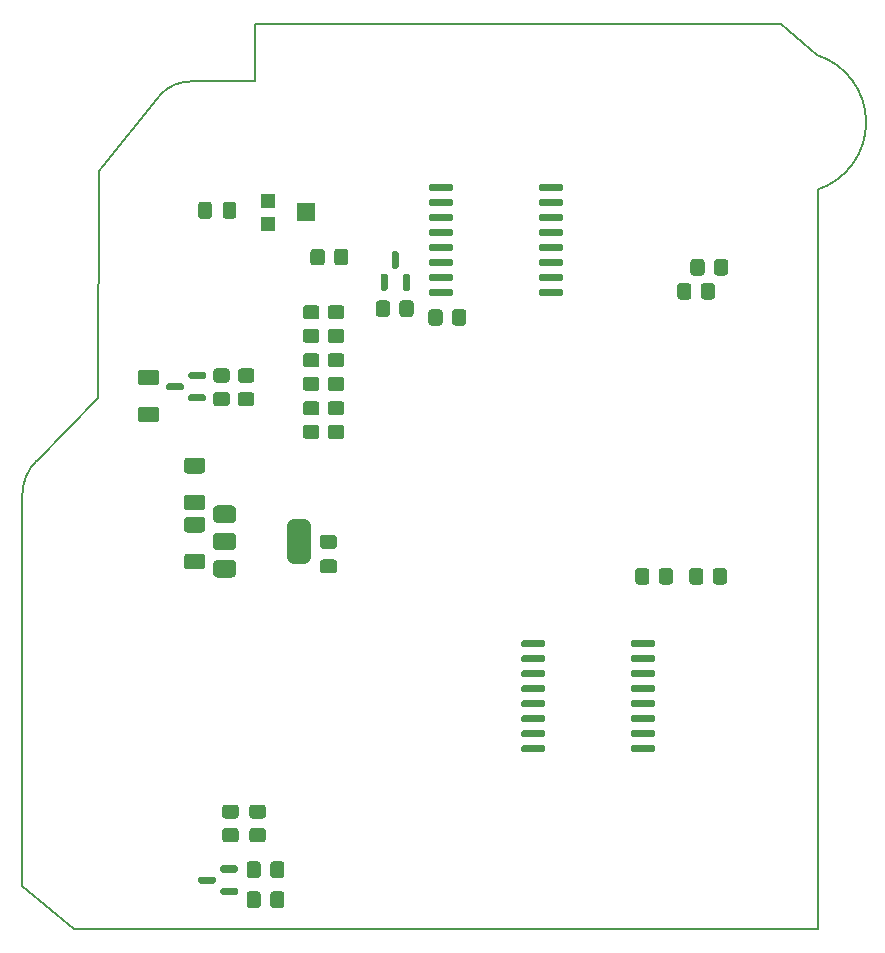
<source format=gbr>
G04 #@! TF.GenerationSoftware,KiCad,Pcbnew,8.0.8+1*
G04 #@! TF.ProjectId,airsoft_bomb_v2,61697273-6f66-4745-9f62-6f6d625f7632,rev?*
G04 #@! TF.SameCoordinates,Original*
G04 #@! TF.FileFunction,Paste,Bot*
G04 #@! TF.FilePolarity,Positive*
%FSLAX46Y46*%
G04 Gerber Fmt 4.6, Leading zero omitted, Abs format (unit mm)*
%MOMM*%
%LPD*%
G01*
G04 APERTURE LIST*
G04 #@! TA.AperFunction,Profile*
%ADD10C,0.200000*%
G04 #@! TD*
%ADD11R,1.200000X1.200000*%
%ADD12R,1.500000X1.600000*%
G04 APERTURE END LIST*
D10*
X178890534Y-60866736D02*
X175878500Y-58216800D01*
X116027200Y-134823200D02*
X111607600Y-131216400D01*
X131300000Y-58216800D02*
X131300000Y-63100000D01*
X178890534Y-60866736D02*
G75*
G02*
X178943000Y-72262999I-1827134J-5706664D01*
G01*
X111607601Y-98145600D02*
G75*
G02*
X112827677Y-95200077I4165599J0D01*
G01*
X175878500Y-58216800D02*
X131300000Y-58216800D01*
X118059200Y-89916000D02*
X118100000Y-70700000D01*
X116027200Y-134823200D02*
X178943000Y-134874000D01*
X178943000Y-134874000D02*
X178943000Y-72263000D01*
X123354416Y-64154416D02*
G75*
G02*
X125900000Y-63100001I2545584J-2545584D01*
G01*
X112827676Y-95200076D02*
X118059200Y-89916000D01*
X123354416Y-64154416D02*
X118100000Y-70700000D01*
X131300000Y-63100000D02*
X125900000Y-63100000D01*
X111607600Y-131216400D02*
X111607600Y-98145600D01*
G36*
G01*
X144289200Y-80844500D02*
X143989200Y-80844500D01*
G75*
G02*
X143839200Y-80694500I0J150000D01*
G01*
X143839200Y-79519500D01*
G75*
G02*
X143989200Y-79369500I150000J0D01*
G01*
X144289200Y-79369500D01*
G75*
G02*
X144439200Y-79519500I0J-150000D01*
G01*
X144439200Y-80694500D01*
G75*
G02*
X144289200Y-80844500I-150000J0D01*
G01*
G37*
G36*
G01*
X142389200Y-80844500D02*
X142089200Y-80844500D01*
G75*
G02*
X141939200Y-80694500I0J150000D01*
G01*
X141939200Y-79519500D01*
G75*
G02*
X142089200Y-79369500I150000J0D01*
G01*
X142389200Y-79369500D01*
G75*
G02*
X142539200Y-79519500I0J-150000D01*
G01*
X142539200Y-80694500D01*
G75*
G02*
X142389200Y-80844500I-150000J0D01*
G01*
G37*
G36*
G01*
X143339200Y-78969500D02*
X143039200Y-78969500D01*
G75*
G02*
X142889200Y-78819500I0J150000D01*
G01*
X142889200Y-77644500D01*
G75*
G02*
X143039200Y-77494500I150000J0D01*
G01*
X143339200Y-77494500D01*
G75*
G02*
X143489200Y-77644500I0J-150000D01*
G01*
X143489200Y-78819500D01*
G75*
G02*
X143339200Y-78969500I-150000J0D01*
G01*
G37*
G36*
G01*
X170256000Y-80423600D02*
X170256000Y-81323600D01*
G75*
G02*
X170006000Y-81573600I-250000J0D01*
G01*
X169306000Y-81573600D01*
G75*
G02*
X169056000Y-81323600I0J250000D01*
G01*
X169056000Y-80423600D01*
G75*
G02*
X169306000Y-80173600I250000J0D01*
G01*
X170006000Y-80173600D01*
G75*
G02*
X170256000Y-80423600I0J-250000D01*
G01*
G37*
G36*
G01*
X168256000Y-80423600D02*
X168256000Y-81323600D01*
G75*
G02*
X168006000Y-81573600I-250000J0D01*
G01*
X167306000Y-81573600D01*
G75*
G02*
X167056000Y-81323600I0J250000D01*
G01*
X167056000Y-80423600D01*
G75*
G02*
X167306000Y-80173600I250000J0D01*
G01*
X168006000Y-80173600D01*
G75*
G02*
X168256000Y-80423600I0J-250000D01*
G01*
G37*
G36*
G01*
X129742600Y-73540600D02*
X129742600Y-74490600D01*
G75*
G02*
X129492600Y-74740600I-250000J0D01*
G01*
X128817600Y-74740600D01*
G75*
G02*
X128567600Y-74490600I0J250000D01*
G01*
X128567600Y-73540600D01*
G75*
G02*
X128817600Y-73290600I250000J0D01*
G01*
X129492600Y-73290600D01*
G75*
G02*
X129742600Y-73540600I0J-250000D01*
G01*
G37*
G36*
G01*
X127667600Y-73540600D02*
X127667600Y-74490600D01*
G75*
G02*
X127417600Y-74740600I-250000J0D01*
G01*
X126742600Y-74740600D01*
G75*
G02*
X126492600Y-74490600I0J250000D01*
G01*
X126492600Y-73540600D01*
G75*
G02*
X126742600Y-73290600I250000J0D01*
G01*
X127417600Y-73290600D01*
G75*
G02*
X127667600Y-73540600I0J-250000D01*
G01*
G37*
G36*
G01*
X125550000Y-99975000D02*
X126850000Y-99975000D01*
G75*
G02*
X127100000Y-100225000I0J-250000D01*
G01*
X127100000Y-101050000D01*
G75*
G02*
X126850000Y-101300000I-250000J0D01*
G01*
X125550000Y-101300000D01*
G75*
G02*
X125300000Y-101050000I0J250000D01*
G01*
X125300000Y-100225000D01*
G75*
G02*
X125550000Y-99975000I250000J0D01*
G01*
G37*
G36*
G01*
X125550000Y-103100000D02*
X126850000Y-103100000D01*
G75*
G02*
X127100000Y-103350000I0J-250000D01*
G01*
X127100000Y-104175000D01*
G75*
G02*
X126850000Y-104425000I-250000J0D01*
G01*
X125550000Y-104425000D01*
G75*
G02*
X125300000Y-104175000I0J250000D01*
G01*
X125300000Y-103350000D01*
G75*
G02*
X125550000Y-103100000I250000J0D01*
G01*
G37*
G36*
G01*
X141538400Y-82796800D02*
X141538400Y-81896800D01*
G75*
G02*
X141788400Y-81646800I250000J0D01*
G01*
X142488400Y-81646800D01*
G75*
G02*
X142738400Y-81896800I0J-250000D01*
G01*
X142738400Y-82796800D01*
G75*
G02*
X142488400Y-83046800I-250000J0D01*
G01*
X141788400Y-83046800D01*
G75*
G02*
X141538400Y-82796800I0J250000D01*
G01*
G37*
G36*
G01*
X143538400Y-82796800D02*
X143538400Y-81896800D01*
G75*
G02*
X143788400Y-81646800I250000J0D01*
G01*
X144488400Y-81646800D01*
G75*
G02*
X144738400Y-81896800I0J-250000D01*
G01*
X144738400Y-82796800D01*
G75*
G02*
X144488400Y-83046800I-250000J0D01*
G01*
X143788400Y-83046800D01*
G75*
G02*
X143538400Y-82796800I0J250000D01*
G01*
G37*
G36*
G01*
X135617800Y-86115600D02*
X136517800Y-86115600D01*
G75*
G02*
X136767800Y-86365600I0J-250000D01*
G01*
X136767800Y-87065600D01*
G75*
G02*
X136517800Y-87315600I-250000J0D01*
G01*
X135617800Y-87315600D01*
G75*
G02*
X135367800Y-87065600I0J250000D01*
G01*
X135367800Y-86365600D01*
G75*
G02*
X135617800Y-86115600I250000J0D01*
G01*
G37*
G36*
G01*
X135617800Y-88115600D02*
X136517800Y-88115600D01*
G75*
G02*
X136767800Y-88365600I0J-250000D01*
G01*
X136767800Y-89065600D01*
G75*
G02*
X136517800Y-89315600I-250000J0D01*
G01*
X135617800Y-89315600D01*
G75*
G02*
X135367800Y-89065600I0J250000D01*
G01*
X135367800Y-88365600D01*
G75*
G02*
X135617800Y-88115600I250000J0D01*
G01*
G37*
G36*
G01*
X165187000Y-110568600D02*
X165187000Y-110868600D01*
G75*
G02*
X165037000Y-111018600I-150000J0D01*
G01*
X163287000Y-111018600D01*
G75*
G02*
X163137000Y-110868600I0J150000D01*
G01*
X163137000Y-110568600D01*
G75*
G02*
X163287000Y-110418600I150000J0D01*
G01*
X165037000Y-110418600D01*
G75*
G02*
X165187000Y-110568600I0J-150000D01*
G01*
G37*
G36*
G01*
X165187000Y-111838600D02*
X165187000Y-112138600D01*
G75*
G02*
X165037000Y-112288600I-150000J0D01*
G01*
X163287000Y-112288600D01*
G75*
G02*
X163137000Y-112138600I0J150000D01*
G01*
X163137000Y-111838600D01*
G75*
G02*
X163287000Y-111688600I150000J0D01*
G01*
X165037000Y-111688600D01*
G75*
G02*
X165187000Y-111838600I0J-150000D01*
G01*
G37*
G36*
G01*
X165187000Y-113108600D02*
X165187000Y-113408600D01*
G75*
G02*
X165037000Y-113558600I-150000J0D01*
G01*
X163287000Y-113558600D01*
G75*
G02*
X163137000Y-113408600I0J150000D01*
G01*
X163137000Y-113108600D01*
G75*
G02*
X163287000Y-112958600I150000J0D01*
G01*
X165037000Y-112958600D01*
G75*
G02*
X165187000Y-113108600I0J-150000D01*
G01*
G37*
G36*
G01*
X165187000Y-114378600D02*
X165187000Y-114678600D01*
G75*
G02*
X165037000Y-114828600I-150000J0D01*
G01*
X163287000Y-114828600D01*
G75*
G02*
X163137000Y-114678600I0J150000D01*
G01*
X163137000Y-114378600D01*
G75*
G02*
X163287000Y-114228600I150000J0D01*
G01*
X165037000Y-114228600D01*
G75*
G02*
X165187000Y-114378600I0J-150000D01*
G01*
G37*
G36*
G01*
X165187000Y-115648600D02*
X165187000Y-115948600D01*
G75*
G02*
X165037000Y-116098600I-150000J0D01*
G01*
X163287000Y-116098600D01*
G75*
G02*
X163137000Y-115948600I0J150000D01*
G01*
X163137000Y-115648600D01*
G75*
G02*
X163287000Y-115498600I150000J0D01*
G01*
X165037000Y-115498600D01*
G75*
G02*
X165187000Y-115648600I0J-150000D01*
G01*
G37*
G36*
G01*
X165187000Y-116918600D02*
X165187000Y-117218600D01*
G75*
G02*
X165037000Y-117368600I-150000J0D01*
G01*
X163287000Y-117368600D01*
G75*
G02*
X163137000Y-117218600I0J150000D01*
G01*
X163137000Y-116918600D01*
G75*
G02*
X163287000Y-116768600I150000J0D01*
G01*
X165037000Y-116768600D01*
G75*
G02*
X165187000Y-116918600I0J-150000D01*
G01*
G37*
G36*
G01*
X165187000Y-118188600D02*
X165187000Y-118488600D01*
G75*
G02*
X165037000Y-118638600I-150000J0D01*
G01*
X163287000Y-118638600D01*
G75*
G02*
X163137000Y-118488600I0J150000D01*
G01*
X163137000Y-118188600D01*
G75*
G02*
X163287000Y-118038600I150000J0D01*
G01*
X165037000Y-118038600D01*
G75*
G02*
X165187000Y-118188600I0J-150000D01*
G01*
G37*
G36*
G01*
X165187000Y-119458600D02*
X165187000Y-119758600D01*
G75*
G02*
X165037000Y-119908600I-150000J0D01*
G01*
X163287000Y-119908600D01*
G75*
G02*
X163137000Y-119758600I0J150000D01*
G01*
X163137000Y-119458600D01*
G75*
G02*
X163287000Y-119308600I150000J0D01*
G01*
X165037000Y-119308600D01*
G75*
G02*
X165187000Y-119458600I0J-150000D01*
G01*
G37*
G36*
G01*
X155887000Y-119458600D02*
X155887000Y-119758600D01*
G75*
G02*
X155737000Y-119908600I-150000J0D01*
G01*
X153987000Y-119908600D01*
G75*
G02*
X153837000Y-119758600I0J150000D01*
G01*
X153837000Y-119458600D01*
G75*
G02*
X153987000Y-119308600I150000J0D01*
G01*
X155737000Y-119308600D01*
G75*
G02*
X155887000Y-119458600I0J-150000D01*
G01*
G37*
G36*
G01*
X155887000Y-118188600D02*
X155887000Y-118488600D01*
G75*
G02*
X155737000Y-118638600I-150000J0D01*
G01*
X153987000Y-118638600D01*
G75*
G02*
X153837000Y-118488600I0J150000D01*
G01*
X153837000Y-118188600D01*
G75*
G02*
X153987000Y-118038600I150000J0D01*
G01*
X155737000Y-118038600D01*
G75*
G02*
X155887000Y-118188600I0J-150000D01*
G01*
G37*
G36*
G01*
X155887000Y-116918600D02*
X155887000Y-117218600D01*
G75*
G02*
X155737000Y-117368600I-150000J0D01*
G01*
X153987000Y-117368600D01*
G75*
G02*
X153837000Y-117218600I0J150000D01*
G01*
X153837000Y-116918600D01*
G75*
G02*
X153987000Y-116768600I150000J0D01*
G01*
X155737000Y-116768600D01*
G75*
G02*
X155887000Y-116918600I0J-150000D01*
G01*
G37*
G36*
G01*
X155887000Y-115648600D02*
X155887000Y-115948600D01*
G75*
G02*
X155737000Y-116098600I-150000J0D01*
G01*
X153987000Y-116098600D01*
G75*
G02*
X153837000Y-115948600I0J150000D01*
G01*
X153837000Y-115648600D01*
G75*
G02*
X153987000Y-115498600I150000J0D01*
G01*
X155737000Y-115498600D01*
G75*
G02*
X155887000Y-115648600I0J-150000D01*
G01*
G37*
G36*
G01*
X155887000Y-114378600D02*
X155887000Y-114678600D01*
G75*
G02*
X155737000Y-114828600I-150000J0D01*
G01*
X153987000Y-114828600D01*
G75*
G02*
X153837000Y-114678600I0J150000D01*
G01*
X153837000Y-114378600D01*
G75*
G02*
X153987000Y-114228600I150000J0D01*
G01*
X155737000Y-114228600D01*
G75*
G02*
X155887000Y-114378600I0J-150000D01*
G01*
G37*
G36*
G01*
X155887000Y-113108600D02*
X155887000Y-113408600D01*
G75*
G02*
X155737000Y-113558600I-150000J0D01*
G01*
X153987000Y-113558600D01*
G75*
G02*
X153837000Y-113408600I0J150000D01*
G01*
X153837000Y-113108600D01*
G75*
G02*
X153987000Y-112958600I150000J0D01*
G01*
X155737000Y-112958600D01*
G75*
G02*
X155887000Y-113108600I0J-150000D01*
G01*
G37*
G36*
G01*
X155887000Y-111838600D02*
X155887000Y-112138600D01*
G75*
G02*
X155737000Y-112288600I-150000J0D01*
G01*
X153987000Y-112288600D01*
G75*
G02*
X153837000Y-112138600I0J150000D01*
G01*
X153837000Y-111838600D01*
G75*
G02*
X153987000Y-111688600I150000J0D01*
G01*
X155737000Y-111688600D01*
G75*
G02*
X155887000Y-111838600I0J-150000D01*
G01*
G37*
G36*
G01*
X155887000Y-110568600D02*
X155887000Y-110868600D01*
G75*
G02*
X155737000Y-111018600I-150000J0D01*
G01*
X153987000Y-111018600D01*
G75*
G02*
X153837000Y-110868600I0J150000D01*
G01*
X153837000Y-110568600D01*
G75*
G02*
X153987000Y-110418600I150000J0D01*
G01*
X155737000Y-110418600D01*
G75*
G02*
X155887000Y-110568600I0J-150000D01*
G01*
G37*
G36*
G01*
X171373600Y-78391600D02*
X171373600Y-79291600D01*
G75*
G02*
X171123600Y-79541600I-250000J0D01*
G01*
X170423600Y-79541600D01*
G75*
G02*
X170173600Y-79291600I0J250000D01*
G01*
X170173600Y-78391600D01*
G75*
G02*
X170423600Y-78141600I250000J0D01*
G01*
X171123600Y-78141600D01*
G75*
G02*
X171373600Y-78391600I0J-250000D01*
G01*
G37*
G36*
G01*
X169373600Y-78391600D02*
X169373600Y-79291600D01*
G75*
G02*
X169123600Y-79541600I-250000J0D01*
G01*
X168423600Y-79541600D01*
G75*
G02*
X168173600Y-79291600I0J250000D01*
G01*
X168173600Y-78391600D01*
G75*
G02*
X168423600Y-78141600I250000J0D01*
G01*
X169123600Y-78141600D01*
G75*
G02*
X169373600Y-78391600I0J-250000D01*
G01*
G37*
G36*
G01*
X137726000Y-90179600D02*
X138626000Y-90179600D01*
G75*
G02*
X138876000Y-90429600I0J-250000D01*
G01*
X138876000Y-91129600D01*
G75*
G02*
X138626000Y-91379600I-250000J0D01*
G01*
X137726000Y-91379600D01*
G75*
G02*
X137476000Y-91129600I0J250000D01*
G01*
X137476000Y-90429600D01*
G75*
G02*
X137726000Y-90179600I250000J0D01*
G01*
G37*
G36*
G01*
X137726000Y-92179600D02*
X138626000Y-92179600D01*
G75*
G02*
X138876000Y-92429600I0J-250000D01*
G01*
X138876000Y-93129600D01*
G75*
G02*
X138626000Y-93379600I-250000J0D01*
G01*
X137726000Y-93379600D01*
G75*
G02*
X137476000Y-93129600I0J250000D01*
G01*
X137476000Y-92429600D01*
G75*
G02*
X137726000Y-92179600I250000J0D01*
G01*
G37*
G36*
G01*
X171272000Y-104553600D02*
X171272000Y-105453600D01*
G75*
G02*
X171022000Y-105703600I-250000J0D01*
G01*
X170322000Y-105703600D01*
G75*
G02*
X170072000Y-105453600I0J250000D01*
G01*
X170072000Y-104553600D01*
G75*
G02*
X170322000Y-104303600I250000J0D01*
G01*
X171022000Y-104303600D01*
G75*
G02*
X171272000Y-104553600I0J-250000D01*
G01*
G37*
G36*
G01*
X169272000Y-104553600D02*
X169272000Y-105453600D01*
G75*
G02*
X169022000Y-105703600I-250000J0D01*
G01*
X168322000Y-105703600D01*
G75*
G02*
X168072000Y-105453600I0J250000D01*
G01*
X168072000Y-104553600D01*
G75*
G02*
X168322000Y-104303600I250000J0D01*
G01*
X169022000Y-104303600D01*
G75*
G02*
X169272000Y-104553600I0J-250000D01*
G01*
G37*
G36*
G01*
X129866500Y-129633800D02*
X129866500Y-129933800D01*
G75*
G02*
X129716500Y-130083800I-150000J0D01*
G01*
X128541500Y-130083800D01*
G75*
G02*
X128391500Y-129933800I0J150000D01*
G01*
X128391500Y-129633800D01*
G75*
G02*
X128541500Y-129483800I150000J0D01*
G01*
X129716500Y-129483800D01*
G75*
G02*
X129866500Y-129633800I0J-150000D01*
G01*
G37*
G36*
G01*
X129866500Y-131533800D02*
X129866500Y-131833800D01*
G75*
G02*
X129716500Y-131983800I-150000J0D01*
G01*
X128541500Y-131983800D01*
G75*
G02*
X128391500Y-131833800I0J150000D01*
G01*
X128391500Y-131533800D01*
G75*
G02*
X128541500Y-131383800I150000J0D01*
G01*
X129716500Y-131383800D01*
G75*
G02*
X129866500Y-131533800I0J-150000D01*
G01*
G37*
G36*
G01*
X127991500Y-130583800D02*
X127991500Y-130883800D01*
G75*
G02*
X127841500Y-131033800I-150000J0D01*
G01*
X126666500Y-131033800D01*
G75*
G02*
X126516500Y-130883800I0J150000D01*
G01*
X126516500Y-130583800D01*
G75*
G02*
X126666500Y-130433800I150000J0D01*
G01*
X127841500Y-130433800D01*
G75*
G02*
X127991500Y-130583800I0J-150000D01*
G01*
G37*
G36*
G01*
X137054500Y-101499000D02*
X138004500Y-101499000D01*
G75*
G02*
X138254500Y-101749000I0J-250000D01*
G01*
X138254500Y-102424000D01*
G75*
G02*
X138004500Y-102674000I-250000J0D01*
G01*
X137054500Y-102674000D01*
G75*
G02*
X136804500Y-102424000I0J250000D01*
G01*
X136804500Y-101749000D01*
G75*
G02*
X137054500Y-101499000I250000J0D01*
G01*
G37*
G36*
G01*
X137054500Y-103574000D02*
X138004500Y-103574000D01*
G75*
G02*
X138254500Y-103824000I0J-250000D01*
G01*
X138254500Y-104499000D01*
G75*
G02*
X138004500Y-104749000I-250000J0D01*
G01*
X137054500Y-104749000D01*
G75*
G02*
X136804500Y-104499000I0J250000D01*
G01*
X136804500Y-103824000D01*
G75*
G02*
X137054500Y-103574000I250000J0D01*
G01*
G37*
G36*
G01*
X135617800Y-82051600D02*
X136517800Y-82051600D01*
G75*
G02*
X136767800Y-82301600I0J-250000D01*
G01*
X136767800Y-83001600D01*
G75*
G02*
X136517800Y-83251600I-250000J0D01*
G01*
X135617800Y-83251600D01*
G75*
G02*
X135367800Y-83001600I0J250000D01*
G01*
X135367800Y-82301600D01*
G75*
G02*
X135617800Y-82051600I250000J0D01*
G01*
G37*
G36*
G01*
X135617800Y-84051600D02*
X136517800Y-84051600D01*
G75*
G02*
X136767800Y-84301600I0J-250000D01*
G01*
X136767800Y-85001600D01*
G75*
G02*
X136517800Y-85251600I-250000J0D01*
G01*
X135617800Y-85251600D01*
G75*
G02*
X135367800Y-85001600I0J250000D01*
G01*
X135367800Y-84301600D01*
G75*
G02*
X135617800Y-84051600I250000J0D01*
G01*
G37*
G36*
G01*
X139209400Y-77528000D02*
X139209400Y-78428000D01*
G75*
G02*
X138959400Y-78678000I-250000J0D01*
G01*
X138259400Y-78678000D01*
G75*
G02*
X138009400Y-78428000I0J250000D01*
G01*
X138009400Y-77528000D01*
G75*
G02*
X138259400Y-77278000I250000J0D01*
G01*
X138959400Y-77278000D01*
G75*
G02*
X139209400Y-77528000I0J-250000D01*
G01*
G37*
G36*
G01*
X137209400Y-77528000D02*
X137209400Y-78428000D01*
G75*
G02*
X136959400Y-78678000I-250000J0D01*
G01*
X136259400Y-78678000D01*
G75*
G02*
X136009400Y-78428000I0J250000D01*
G01*
X136009400Y-77528000D01*
G75*
G02*
X136259400Y-77278000I250000J0D01*
G01*
X136959400Y-77278000D01*
G75*
G02*
X137209400Y-77528000I0J-250000D01*
G01*
G37*
G36*
G01*
X131081500Y-124325800D02*
X131981500Y-124325800D01*
G75*
G02*
X132231500Y-124575800I0J-250000D01*
G01*
X132231500Y-125275800D01*
G75*
G02*
X131981500Y-125525800I-250000J0D01*
G01*
X131081500Y-125525800D01*
G75*
G02*
X130831500Y-125275800I0J250000D01*
G01*
X130831500Y-124575800D01*
G75*
G02*
X131081500Y-124325800I250000J0D01*
G01*
G37*
G36*
G01*
X131081500Y-126325800D02*
X131981500Y-126325800D01*
G75*
G02*
X132231500Y-126575800I0J-250000D01*
G01*
X132231500Y-127275800D01*
G75*
G02*
X131981500Y-127525800I-250000J0D01*
G01*
X131081500Y-127525800D01*
G75*
G02*
X130831500Y-127275800I0J250000D01*
G01*
X130831500Y-126575800D01*
G75*
G02*
X131081500Y-126325800I250000J0D01*
G01*
G37*
G36*
G01*
X128023200Y-87401600D02*
X128923200Y-87401600D01*
G75*
G02*
X129173200Y-87651600I0J-250000D01*
G01*
X129173200Y-88351600D01*
G75*
G02*
X128923200Y-88601600I-250000J0D01*
G01*
X128023200Y-88601600D01*
G75*
G02*
X127773200Y-88351600I0J250000D01*
G01*
X127773200Y-87651600D01*
G75*
G02*
X128023200Y-87401600I250000J0D01*
G01*
G37*
G36*
G01*
X128023200Y-89401600D02*
X128923200Y-89401600D01*
G75*
G02*
X129173200Y-89651600I0J-250000D01*
G01*
X129173200Y-90351600D01*
G75*
G02*
X128923200Y-90601600I-250000J0D01*
G01*
X128023200Y-90601600D01*
G75*
G02*
X127773200Y-90351600I0J250000D01*
G01*
X127773200Y-89651600D01*
G75*
G02*
X128023200Y-89401600I250000J0D01*
G01*
G37*
G36*
G01*
X127151000Y-87850800D02*
X127151000Y-88150800D01*
G75*
G02*
X127001000Y-88300800I-150000J0D01*
G01*
X125826000Y-88300800D01*
G75*
G02*
X125676000Y-88150800I0J150000D01*
G01*
X125676000Y-87850800D01*
G75*
G02*
X125826000Y-87700800I150000J0D01*
G01*
X127001000Y-87700800D01*
G75*
G02*
X127151000Y-87850800I0J-150000D01*
G01*
G37*
G36*
G01*
X127151000Y-89750800D02*
X127151000Y-90050800D01*
G75*
G02*
X127001000Y-90200800I-150000J0D01*
G01*
X125826000Y-90200800D01*
G75*
G02*
X125676000Y-90050800I0J150000D01*
G01*
X125676000Y-89750800D01*
G75*
G02*
X125826000Y-89600800I150000J0D01*
G01*
X127001000Y-89600800D01*
G75*
G02*
X127151000Y-89750800I0J-150000D01*
G01*
G37*
G36*
G01*
X125276000Y-88800800D02*
X125276000Y-89100800D01*
G75*
G02*
X125126000Y-89250800I-150000J0D01*
G01*
X123951000Y-89250800D01*
G75*
G02*
X123801000Y-89100800I0J150000D01*
G01*
X123801000Y-88800800D01*
G75*
G02*
X123951000Y-88650800I150000J0D01*
G01*
X125126000Y-88650800D01*
G75*
G02*
X125276000Y-88800800I0J-150000D01*
G01*
G37*
G36*
G01*
X130607000Y-132834800D02*
X130607000Y-131934800D01*
G75*
G02*
X130857000Y-131684800I250000J0D01*
G01*
X131557000Y-131684800D01*
G75*
G02*
X131807000Y-131934800I0J-250000D01*
G01*
X131807000Y-132834800D01*
G75*
G02*
X131557000Y-133084800I-250000J0D01*
G01*
X130857000Y-133084800D01*
G75*
G02*
X130607000Y-132834800I0J250000D01*
G01*
G37*
G36*
G01*
X132607000Y-132834800D02*
X132607000Y-131934800D01*
G75*
G02*
X132857000Y-131684800I250000J0D01*
G01*
X133557000Y-131684800D01*
G75*
G02*
X133807000Y-131934800I0J-250000D01*
G01*
X133807000Y-132834800D01*
G75*
G02*
X133557000Y-133084800I-250000J0D01*
G01*
X132857000Y-133084800D01*
G75*
G02*
X132607000Y-132834800I0J250000D01*
G01*
G37*
D11*
X132400000Y-75200000D03*
D12*
X135650000Y-74200000D03*
D11*
X132400000Y-73200000D03*
G36*
G01*
X163500000Y-105453600D02*
X163500000Y-104553600D01*
G75*
G02*
X163750000Y-104303600I250000J0D01*
G01*
X164450000Y-104303600D01*
G75*
G02*
X164700000Y-104553600I0J-250000D01*
G01*
X164700000Y-105453600D01*
G75*
G02*
X164450000Y-105703600I-250000J0D01*
G01*
X163750000Y-105703600D01*
G75*
G02*
X163500000Y-105453600I0J250000D01*
G01*
G37*
G36*
G01*
X165500000Y-105453600D02*
X165500000Y-104553600D01*
G75*
G02*
X165750000Y-104303600I250000J0D01*
G01*
X166450000Y-104303600D01*
G75*
G02*
X166700000Y-104553600I0J-250000D01*
G01*
X166700000Y-105453600D01*
G75*
G02*
X166450000Y-105703600I-250000J0D01*
G01*
X165750000Y-105703600D01*
G75*
G02*
X165500000Y-105453600I0J250000D01*
G01*
G37*
G36*
G01*
X146037400Y-81125200D02*
X146037400Y-80825200D01*
G75*
G02*
X146187400Y-80675200I150000J0D01*
G01*
X147937400Y-80675200D01*
G75*
G02*
X148087400Y-80825200I0J-150000D01*
G01*
X148087400Y-81125200D01*
G75*
G02*
X147937400Y-81275200I-150000J0D01*
G01*
X146187400Y-81275200D01*
G75*
G02*
X146037400Y-81125200I0J150000D01*
G01*
G37*
G36*
G01*
X146037400Y-79855200D02*
X146037400Y-79555200D01*
G75*
G02*
X146187400Y-79405200I150000J0D01*
G01*
X147937400Y-79405200D01*
G75*
G02*
X148087400Y-79555200I0J-150000D01*
G01*
X148087400Y-79855200D01*
G75*
G02*
X147937400Y-80005200I-150000J0D01*
G01*
X146187400Y-80005200D01*
G75*
G02*
X146037400Y-79855200I0J150000D01*
G01*
G37*
G36*
G01*
X146037400Y-78585200D02*
X146037400Y-78285200D01*
G75*
G02*
X146187400Y-78135200I150000J0D01*
G01*
X147937400Y-78135200D01*
G75*
G02*
X148087400Y-78285200I0J-150000D01*
G01*
X148087400Y-78585200D01*
G75*
G02*
X147937400Y-78735200I-150000J0D01*
G01*
X146187400Y-78735200D01*
G75*
G02*
X146037400Y-78585200I0J150000D01*
G01*
G37*
G36*
G01*
X146037400Y-77315200D02*
X146037400Y-77015200D01*
G75*
G02*
X146187400Y-76865200I150000J0D01*
G01*
X147937400Y-76865200D01*
G75*
G02*
X148087400Y-77015200I0J-150000D01*
G01*
X148087400Y-77315200D01*
G75*
G02*
X147937400Y-77465200I-150000J0D01*
G01*
X146187400Y-77465200D01*
G75*
G02*
X146037400Y-77315200I0J150000D01*
G01*
G37*
G36*
G01*
X146037400Y-76045200D02*
X146037400Y-75745200D01*
G75*
G02*
X146187400Y-75595200I150000J0D01*
G01*
X147937400Y-75595200D01*
G75*
G02*
X148087400Y-75745200I0J-150000D01*
G01*
X148087400Y-76045200D01*
G75*
G02*
X147937400Y-76195200I-150000J0D01*
G01*
X146187400Y-76195200D01*
G75*
G02*
X146037400Y-76045200I0J150000D01*
G01*
G37*
G36*
G01*
X146037400Y-74775200D02*
X146037400Y-74475200D01*
G75*
G02*
X146187400Y-74325200I150000J0D01*
G01*
X147937400Y-74325200D01*
G75*
G02*
X148087400Y-74475200I0J-150000D01*
G01*
X148087400Y-74775200D01*
G75*
G02*
X147937400Y-74925200I-150000J0D01*
G01*
X146187400Y-74925200D01*
G75*
G02*
X146037400Y-74775200I0J150000D01*
G01*
G37*
G36*
G01*
X146037400Y-73505200D02*
X146037400Y-73205200D01*
G75*
G02*
X146187400Y-73055200I150000J0D01*
G01*
X147937400Y-73055200D01*
G75*
G02*
X148087400Y-73205200I0J-150000D01*
G01*
X148087400Y-73505200D01*
G75*
G02*
X147937400Y-73655200I-150000J0D01*
G01*
X146187400Y-73655200D01*
G75*
G02*
X146037400Y-73505200I0J150000D01*
G01*
G37*
G36*
G01*
X146037400Y-72235200D02*
X146037400Y-71935200D01*
G75*
G02*
X146187400Y-71785200I150000J0D01*
G01*
X147937400Y-71785200D01*
G75*
G02*
X148087400Y-71935200I0J-150000D01*
G01*
X148087400Y-72235200D01*
G75*
G02*
X147937400Y-72385200I-150000J0D01*
G01*
X146187400Y-72385200D01*
G75*
G02*
X146037400Y-72235200I0J150000D01*
G01*
G37*
G36*
G01*
X155337400Y-72235200D02*
X155337400Y-71935200D01*
G75*
G02*
X155487400Y-71785200I150000J0D01*
G01*
X157237400Y-71785200D01*
G75*
G02*
X157387400Y-71935200I0J-150000D01*
G01*
X157387400Y-72235200D01*
G75*
G02*
X157237400Y-72385200I-150000J0D01*
G01*
X155487400Y-72385200D01*
G75*
G02*
X155337400Y-72235200I0J150000D01*
G01*
G37*
G36*
G01*
X155337400Y-73505200D02*
X155337400Y-73205200D01*
G75*
G02*
X155487400Y-73055200I150000J0D01*
G01*
X157237400Y-73055200D01*
G75*
G02*
X157387400Y-73205200I0J-150000D01*
G01*
X157387400Y-73505200D01*
G75*
G02*
X157237400Y-73655200I-150000J0D01*
G01*
X155487400Y-73655200D01*
G75*
G02*
X155337400Y-73505200I0J150000D01*
G01*
G37*
G36*
G01*
X155337400Y-74775200D02*
X155337400Y-74475200D01*
G75*
G02*
X155487400Y-74325200I150000J0D01*
G01*
X157237400Y-74325200D01*
G75*
G02*
X157387400Y-74475200I0J-150000D01*
G01*
X157387400Y-74775200D01*
G75*
G02*
X157237400Y-74925200I-150000J0D01*
G01*
X155487400Y-74925200D01*
G75*
G02*
X155337400Y-74775200I0J150000D01*
G01*
G37*
G36*
G01*
X155337400Y-76045200D02*
X155337400Y-75745200D01*
G75*
G02*
X155487400Y-75595200I150000J0D01*
G01*
X157237400Y-75595200D01*
G75*
G02*
X157387400Y-75745200I0J-150000D01*
G01*
X157387400Y-76045200D01*
G75*
G02*
X157237400Y-76195200I-150000J0D01*
G01*
X155487400Y-76195200D01*
G75*
G02*
X155337400Y-76045200I0J150000D01*
G01*
G37*
G36*
G01*
X155337400Y-77315200D02*
X155337400Y-77015200D01*
G75*
G02*
X155487400Y-76865200I150000J0D01*
G01*
X157237400Y-76865200D01*
G75*
G02*
X157387400Y-77015200I0J-150000D01*
G01*
X157387400Y-77315200D01*
G75*
G02*
X157237400Y-77465200I-150000J0D01*
G01*
X155487400Y-77465200D01*
G75*
G02*
X155337400Y-77315200I0J150000D01*
G01*
G37*
G36*
G01*
X155337400Y-78585200D02*
X155337400Y-78285200D01*
G75*
G02*
X155487400Y-78135200I150000J0D01*
G01*
X157237400Y-78135200D01*
G75*
G02*
X157387400Y-78285200I0J-150000D01*
G01*
X157387400Y-78585200D01*
G75*
G02*
X157237400Y-78735200I-150000J0D01*
G01*
X155487400Y-78735200D01*
G75*
G02*
X155337400Y-78585200I0J150000D01*
G01*
G37*
G36*
G01*
X155337400Y-79855200D02*
X155337400Y-79555200D01*
G75*
G02*
X155487400Y-79405200I150000J0D01*
G01*
X157237400Y-79405200D01*
G75*
G02*
X157387400Y-79555200I0J-150000D01*
G01*
X157387400Y-79855200D01*
G75*
G02*
X157237400Y-80005200I-150000J0D01*
G01*
X155487400Y-80005200D01*
G75*
G02*
X155337400Y-79855200I0J150000D01*
G01*
G37*
G36*
G01*
X155337400Y-81125200D02*
X155337400Y-80825200D01*
G75*
G02*
X155487400Y-80675200I150000J0D01*
G01*
X157237400Y-80675200D01*
G75*
G02*
X157387400Y-80825200I0J-150000D01*
G01*
X157387400Y-81125200D01*
G75*
G02*
X157237400Y-81275200I-150000J0D01*
G01*
X155487400Y-81275200D01*
G75*
G02*
X155337400Y-81125200I0J150000D01*
G01*
G37*
G36*
G01*
X138626000Y-85251600D02*
X137726000Y-85251600D01*
G75*
G02*
X137476000Y-85001600I0J250000D01*
G01*
X137476000Y-84301600D01*
G75*
G02*
X137726000Y-84051600I250000J0D01*
G01*
X138626000Y-84051600D01*
G75*
G02*
X138876000Y-84301600I0J-250000D01*
G01*
X138876000Y-85001600D01*
G75*
G02*
X138626000Y-85251600I-250000J0D01*
G01*
G37*
G36*
G01*
X138626000Y-83251600D02*
X137726000Y-83251600D01*
G75*
G02*
X137476000Y-83001600I0J250000D01*
G01*
X137476000Y-82301600D01*
G75*
G02*
X137726000Y-82051600I250000J0D01*
G01*
X138626000Y-82051600D01*
G75*
G02*
X138876000Y-82301600I0J-250000D01*
G01*
X138876000Y-83001600D01*
G75*
G02*
X138626000Y-83251600I-250000J0D01*
G01*
G37*
G36*
G01*
X145997600Y-83533400D02*
X145997600Y-82633400D01*
G75*
G02*
X146247600Y-82383400I250000J0D01*
G01*
X146947600Y-82383400D01*
G75*
G02*
X147197600Y-82633400I0J-250000D01*
G01*
X147197600Y-83533400D01*
G75*
G02*
X146947600Y-83783400I-250000J0D01*
G01*
X146247600Y-83783400D01*
G75*
G02*
X145997600Y-83533400I0J250000D01*
G01*
G37*
G36*
G01*
X147997600Y-83533400D02*
X147997600Y-82633400D01*
G75*
G02*
X148247600Y-82383400I250000J0D01*
G01*
X148947600Y-82383400D01*
G75*
G02*
X149197600Y-82633400I0J-250000D01*
G01*
X149197600Y-83533400D01*
G75*
G02*
X148947600Y-83783400I-250000J0D01*
G01*
X148247600Y-83783400D01*
G75*
G02*
X147997600Y-83533400I0J250000D01*
G01*
G37*
G36*
G01*
X136517800Y-93379600D02*
X135617800Y-93379600D01*
G75*
G02*
X135367800Y-93129600I0J250000D01*
G01*
X135367800Y-92429600D01*
G75*
G02*
X135617800Y-92179600I250000J0D01*
G01*
X136517800Y-92179600D01*
G75*
G02*
X136767800Y-92429600I0J-250000D01*
G01*
X136767800Y-93129600D01*
G75*
G02*
X136517800Y-93379600I-250000J0D01*
G01*
G37*
G36*
G01*
X136517800Y-91379600D02*
X135617800Y-91379600D01*
G75*
G02*
X135367800Y-91129600I0J250000D01*
G01*
X135367800Y-90429600D01*
G75*
G02*
X135617800Y-90179600I250000J0D01*
G01*
X136517800Y-90179600D01*
G75*
G02*
X136767800Y-90429600I0J-250000D01*
G01*
X136767800Y-91129600D01*
G75*
G02*
X136517800Y-91379600I-250000J0D01*
G01*
G37*
G36*
G01*
X128781500Y-124325800D02*
X129681500Y-124325800D01*
G75*
G02*
X129931500Y-124575800I0J-250000D01*
G01*
X129931500Y-125275800D01*
G75*
G02*
X129681500Y-125525800I-250000J0D01*
G01*
X128781500Y-125525800D01*
G75*
G02*
X128531500Y-125275800I0J250000D01*
G01*
X128531500Y-124575800D01*
G75*
G02*
X128781500Y-124325800I250000J0D01*
G01*
G37*
G36*
G01*
X128781500Y-126325800D02*
X129681500Y-126325800D01*
G75*
G02*
X129931500Y-126575800I0J-250000D01*
G01*
X129931500Y-127275800D01*
G75*
G02*
X129681500Y-127525800I-250000J0D01*
G01*
X128781500Y-127525800D01*
G75*
G02*
X128531500Y-127275800I0J250000D01*
G01*
X128531500Y-126575800D01*
G75*
G02*
X128781500Y-126325800I250000J0D01*
G01*
G37*
G36*
G01*
X122950000Y-91962500D02*
X121650000Y-91962500D01*
G75*
G02*
X121400000Y-91712500I0J250000D01*
G01*
X121400000Y-90887500D01*
G75*
G02*
X121650000Y-90637500I250000J0D01*
G01*
X122950000Y-90637500D01*
G75*
G02*
X123200000Y-90887500I0J-250000D01*
G01*
X123200000Y-91712500D01*
G75*
G02*
X122950000Y-91962500I-250000J0D01*
G01*
G37*
G36*
G01*
X122950000Y-88837500D02*
X121650000Y-88837500D01*
G75*
G02*
X121400000Y-88587500I0J250000D01*
G01*
X121400000Y-87762500D01*
G75*
G02*
X121650000Y-87512500I250000J0D01*
G01*
X122950000Y-87512500D01*
G75*
G02*
X123200000Y-87762500I0J-250000D01*
G01*
X123200000Y-88587500D01*
G75*
G02*
X122950000Y-88837500I-250000J0D01*
G01*
G37*
G36*
G01*
X130607000Y-130294800D02*
X130607000Y-129394800D01*
G75*
G02*
X130857000Y-129144800I250000J0D01*
G01*
X131557000Y-129144800D01*
G75*
G02*
X131807000Y-129394800I0J-250000D01*
G01*
X131807000Y-130294800D01*
G75*
G02*
X131557000Y-130544800I-250000J0D01*
G01*
X130857000Y-130544800D01*
G75*
G02*
X130607000Y-130294800I0J250000D01*
G01*
G37*
G36*
G01*
X132607000Y-130294800D02*
X132607000Y-129394800D01*
G75*
G02*
X132857000Y-129144800I250000J0D01*
G01*
X133557000Y-129144800D01*
G75*
G02*
X133807000Y-129394800I0J-250000D01*
G01*
X133807000Y-130294800D01*
G75*
G02*
X133557000Y-130544800I-250000J0D01*
G01*
X132857000Y-130544800D01*
G75*
G02*
X132607000Y-130294800I0J250000D01*
G01*
G37*
G36*
G01*
X138626000Y-89315600D02*
X137726000Y-89315600D01*
G75*
G02*
X137476000Y-89065600I0J250000D01*
G01*
X137476000Y-88365600D01*
G75*
G02*
X137726000Y-88115600I250000J0D01*
G01*
X138626000Y-88115600D01*
G75*
G02*
X138876000Y-88365600I0J-250000D01*
G01*
X138876000Y-89065600D01*
G75*
G02*
X138626000Y-89315600I-250000J0D01*
G01*
G37*
G36*
G01*
X138626000Y-87315600D02*
X137726000Y-87315600D01*
G75*
G02*
X137476000Y-87065600I0J250000D01*
G01*
X137476000Y-86365600D01*
G75*
G02*
X137726000Y-86115600I250000J0D01*
G01*
X138626000Y-86115600D01*
G75*
G02*
X138876000Y-86365600I0J-250000D01*
G01*
X138876000Y-87065600D01*
G75*
G02*
X138626000Y-87315600I-250000J0D01*
G01*
G37*
G36*
G01*
X126850000Y-99425000D02*
X125550000Y-99425000D01*
G75*
G02*
X125300000Y-99175000I0J250000D01*
G01*
X125300000Y-98350000D01*
G75*
G02*
X125550000Y-98100000I250000J0D01*
G01*
X126850000Y-98100000D01*
G75*
G02*
X127100000Y-98350000I0J-250000D01*
G01*
X127100000Y-99175000D01*
G75*
G02*
X126850000Y-99425000I-250000J0D01*
G01*
G37*
G36*
G01*
X126850000Y-96300000D02*
X125550000Y-96300000D01*
G75*
G02*
X125300000Y-96050000I0J250000D01*
G01*
X125300000Y-95225000D01*
G75*
G02*
X125550000Y-94975000I250000J0D01*
G01*
X126850000Y-94975000D01*
G75*
G02*
X127100000Y-95225000I0J-250000D01*
G01*
X127100000Y-96050000D01*
G75*
G02*
X126850000Y-96300000I-250000J0D01*
G01*
G37*
G36*
G01*
X127740700Y-104732200D02*
X127740700Y-103982200D01*
G75*
G02*
X128115700Y-103607200I375000J0D01*
G01*
X129365700Y-103607200D01*
G75*
G02*
X129740700Y-103982200I0J-375000D01*
G01*
X129740700Y-104732200D01*
G75*
G02*
X129365700Y-105107200I-375000J0D01*
G01*
X128115700Y-105107200D01*
G75*
G02*
X127740700Y-104732200I0J375000D01*
G01*
G37*
G36*
G01*
X127740700Y-102432200D02*
X127740700Y-101682200D01*
G75*
G02*
X128115700Y-101307200I375000J0D01*
G01*
X129365700Y-101307200D01*
G75*
G02*
X129740700Y-101682200I0J-375000D01*
G01*
X129740700Y-102432200D01*
G75*
G02*
X129365700Y-102807200I-375000J0D01*
G01*
X128115700Y-102807200D01*
G75*
G02*
X127740700Y-102432200I0J375000D01*
G01*
G37*
G36*
G01*
X134040700Y-103457200D02*
X134040700Y-100657200D01*
G75*
G02*
X134540700Y-100157200I500000J0D01*
G01*
X135540700Y-100157200D01*
G75*
G02*
X136040700Y-100657200I0J-500000D01*
G01*
X136040700Y-103457200D01*
G75*
G02*
X135540700Y-103957200I-500000J0D01*
G01*
X134540700Y-103957200D01*
G75*
G02*
X134040700Y-103457200I0J500000D01*
G01*
G37*
G36*
G01*
X127740700Y-100132200D02*
X127740700Y-99382200D01*
G75*
G02*
X128115700Y-99007200I375000J0D01*
G01*
X129365700Y-99007200D01*
G75*
G02*
X129740700Y-99382200I0J-375000D01*
G01*
X129740700Y-100132200D01*
G75*
G02*
X129365700Y-100507200I-375000J0D01*
G01*
X128115700Y-100507200D01*
G75*
G02*
X127740700Y-100132200I0J375000D01*
G01*
G37*
G36*
G01*
X130106000Y-87401600D02*
X131006000Y-87401600D01*
G75*
G02*
X131256000Y-87651600I0J-250000D01*
G01*
X131256000Y-88351600D01*
G75*
G02*
X131006000Y-88601600I-250000J0D01*
G01*
X130106000Y-88601600D01*
G75*
G02*
X129856000Y-88351600I0J250000D01*
G01*
X129856000Y-87651600D01*
G75*
G02*
X130106000Y-87401600I250000J0D01*
G01*
G37*
G36*
G01*
X130106000Y-89401600D02*
X131006000Y-89401600D01*
G75*
G02*
X131256000Y-89651600I0J-250000D01*
G01*
X131256000Y-90351600D01*
G75*
G02*
X131006000Y-90601600I-250000J0D01*
G01*
X130106000Y-90601600D01*
G75*
G02*
X129856000Y-90351600I0J250000D01*
G01*
X129856000Y-89651600D01*
G75*
G02*
X130106000Y-89401600I250000J0D01*
G01*
G37*
M02*

</source>
